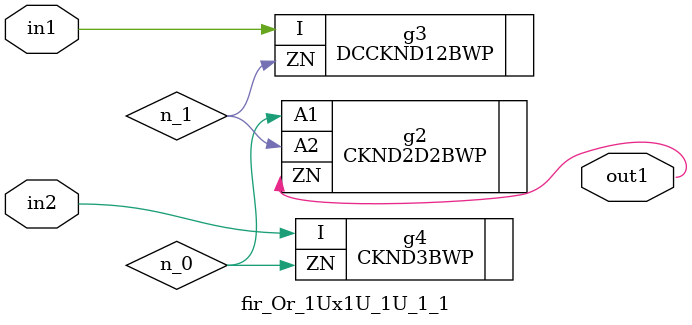
<source format=v>
`timescale 1ps / 1ps


module fir_Or_1Ux1U_1U_1_1(in2, in1, out1);
  input in2, in1;
  output out1;
  wire in2, in1;
  wire out1;
  wire n_0, n_1;
  CKND2D2BWP g2(.A1 (n_0), .A2 (n_1), .ZN (out1));
  DCCKND12BWP g3(.I (in1), .ZN (n_1));
  CKND3BWP g4(.I (in2), .ZN (n_0));
endmodule



</source>
